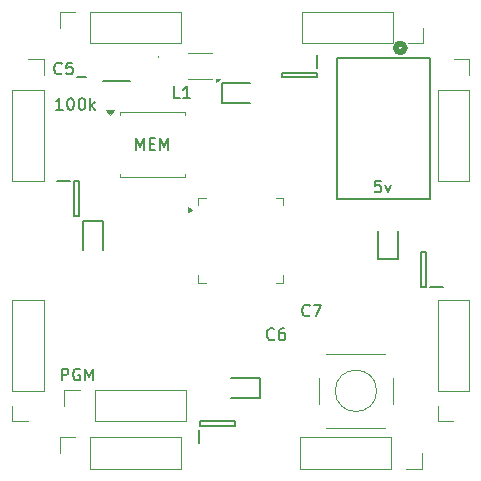
<source format=gbr>
%TF.GenerationSoftware,KiCad,Pcbnew,9.0.6*%
%TF.CreationDate,2025-12-07T19:13:54-08:00*%
%TF.ProjectId,redstone_block,72656473-746f-46e6-955f-626c6f636b2e,rev?*%
%TF.SameCoordinates,Original*%
%TF.FileFunction,Legend,Top*%
%TF.FilePolarity,Positive*%
%FSLAX46Y46*%
G04 Gerber Fmt 4.6, Leading zero omitted, Abs format (unit mm)*
G04 Created by KiCad (PCBNEW 9.0.6) date 2025-12-07 19:13:54*
%MOMM*%
%LPD*%
G01*
G04 APERTURE LIST*
%ADD10C,0.150000*%
%ADD11C,0.152400*%
%ADD12C,0.508000*%
%ADD13C,0.200000*%
%ADD14C,0.120000*%
%ADD15C,0.100000*%
G04 APERTURE END LIST*
D10*
X119836779Y-66869819D02*
X119836779Y-65869819D01*
X119836779Y-65869819D02*
X120217731Y-65869819D01*
X120217731Y-65869819D02*
X120312969Y-65917438D01*
X120312969Y-65917438D02*
X120360588Y-65965057D01*
X120360588Y-65965057D02*
X120408207Y-66060295D01*
X120408207Y-66060295D02*
X120408207Y-66203152D01*
X120408207Y-66203152D02*
X120360588Y-66298390D01*
X120360588Y-66298390D02*
X120312969Y-66346009D01*
X120312969Y-66346009D02*
X120217731Y-66393628D01*
X120217731Y-66393628D02*
X119836779Y-66393628D01*
X121360588Y-65917438D02*
X121265350Y-65869819D01*
X121265350Y-65869819D02*
X121122493Y-65869819D01*
X121122493Y-65869819D02*
X120979636Y-65917438D01*
X120979636Y-65917438D02*
X120884398Y-66012676D01*
X120884398Y-66012676D02*
X120836779Y-66107914D01*
X120836779Y-66107914D02*
X120789160Y-66298390D01*
X120789160Y-66298390D02*
X120789160Y-66441247D01*
X120789160Y-66441247D02*
X120836779Y-66631723D01*
X120836779Y-66631723D02*
X120884398Y-66726961D01*
X120884398Y-66726961D02*
X120979636Y-66822200D01*
X120979636Y-66822200D02*
X121122493Y-66869819D01*
X121122493Y-66869819D02*
X121217731Y-66869819D01*
X121217731Y-66869819D02*
X121360588Y-66822200D01*
X121360588Y-66822200D02*
X121408207Y-66774580D01*
X121408207Y-66774580D02*
X121408207Y-66441247D01*
X121408207Y-66441247D02*
X121217731Y-66441247D01*
X121836779Y-66869819D02*
X121836779Y-65869819D01*
X121836779Y-65869819D02*
X122170112Y-66584104D01*
X122170112Y-66584104D02*
X122503445Y-65869819D01*
X122503445Y-65869819D02*
X122503445Y-66869819D01*
X146857142Y-49954819D02*
X146380952Y-49954819D01*
X146380952Y-49954819D02*
X146333333Y-50431009D01*
X146333333Y-50431009D02*
X146380952Y-50383390D01*
X146380952Y-50383390D02*
X146476190Y-50335771D01*
X146476190Y-50335771D02*
X146714285Y-50335771D01*
X146714285Y-50335771D02*
X146809523Y-50383390D01*
X146809523Y-50383390D02*
X146857142Y-50431009D01*
X146857142Y-50431009D02*
X146904761Y-50526247D01*
X146904761Y-50526247D02*
X146904761Y-50764342D01*
X146904761Y-50764342D02*
X146857142Y-50859580D01*
X146857142Y-50859580D02*
X146809523Y-50907200D01*
X146809523Y-50907200D02*
X146714285Y-50954819D01*
X146714285Y-50954819D02*
X146476190Y-50954819D01*
X146476190Y-50954819D02*
X146380952Y-50907200D01*
X146380952Y-50907200D02*
X146333333Y-50859580D01*
X147238095Y-50288152D02*
X147476190Y-50954819D01*
X147476190Y-50954819D02*
X147714285Y-50288152D01*
X140833333Y-61359580D02*
X140785714Y-61407200D01*
X140785714Y-61407200D02*
X140642857Y-61454819D01*
X140642857Y-61454819D02*
X140547619Y-61454819D01*
X140547619Y-61454819D02*
X140404762Y-61407200D01*
X140404762Y-61407200D02*
X140309524Y-61311961D01*
X140309524Y-61311961D02*
X140261905Y-61216723D01*
X140261905Y-61216723D02*
X140214286Y-61026247D01*
X140214286Y-61026247D02*
X140214286Y-60883390D01*
X140214286Y-60883390D02*
X140261905Y-60692914D01*
X140261905Y-60692914D02*
X140309524Y-60597676D01*
X140309524Y-60597676D02*
X140404762Y-60502438D01*
X140404762Y-60502438D02*
X140547619Y-60454819D01*
X140547619Y-60454819D02*
X140642857Y-60454819D01*
X140642857Y-60454819D02*
X140785714Y-60502438D01*
X140785714Y-60502438D02*
X140833333Y-60550057D01*
X141166667Y-60454819D02*
X141833333Y-60454819D01*
X141833333Y-60454819D02*
X141404762Y-61454819D01*
X129833333Y-42954819D02*
X129357143Y-42954819D01*
X129357143Y-42954819D02*
X129357143Y-41954819D01*
X130690476Y-42954819D02*
X130119048Y-42954819D01*
X130404762Y-42954819D02*
X130404762Y-41954819D01*
X130404762Y-41954819D02*
X130309524Y-42097676D01*
X130309524Y-42097676D02*
X130214286Y-42192914D01*
X130214286Y-42192914D02*
X130119048Y-42240533D01*
X119833333Y-40859580D02*
X119785714Y-40907200D01*
X119785714Y-40907200D02*
X119642857Y-40954819D01*
X119642857Y-40954819D02*
X119547619Y-40954819D01*
X119547619Y-40954819D02*
X119404762Y-40907200D01*
X119404762Y-40907200D02*
X119309524Y-40811961D01*
X119309524Y-40811961D02*
X119261905Y-40716723D01*
X119261905Y-40716723D02*
X119214286Y-40526247D01*
X119214286Y-40526247D02*
X119214286Y-40383390D01*
X119214286Y-40383390D02*
X119261905Y-40192914D01*
X119261905Y-40192914D02*
X119309524Y-40097676D01*
X119309524Y-40097676D02*
X119404762Y-40002438D01*
X119404762Y-40002438D02*
X119547619Y-39954819D01*
X119547619Y-39954819D02*
X119642857Y-39954819D01*
X119642857Y-39954819D02*
X119785714Y-40002438D01*
X119785714Y-40002438D02*
X119833333Y-40050057D01*
X120738095Y-39954819D02*
X120261905Y-39954819D01*
X120261905Y-39954819D02*
X120214286Y-40431009D01*
X120214286Y-40431009D02*
X120261905Y-40383390D01*
X120261905Y-40383390D02*
X120357143Y-40335771D01*
X120357143Y-40335771D02*
X120595238Y-40335771D01*
X120595238Y-40335771D02*
X120690476Y-40383390D01*
X120690476Y-40383390D02*
X120738095Y-40431009D01*
X120738095Y-40431009D02*
X120785714Y-40526247D01*
X120785714Y-40526247D02*
X120785714Y-40764342D01*
X120785714Y-40764342D02*
X120738095Y-40859580D01*
X120738095Y-40859580D02*
X120690476Y-40907200D01*
X120690476Y-40907200D02*
X120595238Y-40954819D01*
X120595238Y-40954819D02*
X120357143Y-40954819D01*
X120357143Y-40954819D02*
X120261905Y-40907200D01*
X120261905Y-40907200D02*
X120214286Y-40859580D01*
X119928571Y-43954819D02*
X119357143Y-43954819D01*
X119642857Y-43954819D02*
X119642857Y-42954819D01*
X119642857Y-42954819D02*
X119547619Y-43097676D01*
X119547619Y-43097676D02*
X119452381Y-43192914D01*
X119452381Y-43192914D02*
X119357143Y-43240533D01*
X120547619Y-42954819D02*
X120642857Y-42954819D01*
X120642857Y-42954819D02*
X120738095Y-43002438D01*
X120738095Y-43002438D02*
X120785714Y-43050057D01*
X120785714Y-43050057D02*
X120833333Y-43145295D01*
X120833333Y-43145295D02*
X120880952Y-43335771D01*
X120880952Y-43335771D02*
X120880952Y-43573866D01*
X120880952Y-43573866D02*
X120833333Y-43764342D01*
X120833333Y-43764342D02*
X120785714Y-43859580D01*
X120785714Y-43859580D02*
X120738095Y-43907200D01*
X120738095Y-43907200D02*
X120642857Y-43954819D01*
X120642857Y-43954819D02*
X120547619Y-43954819D01*
X120547619Y-43954819D02*
X120452381Y-43907200D01*
X120452381Y-43907200D02*
X120404762Y-43859580D01*
X120404762Y-43859580D02*
X120357143Y-43764342D01*
X120357143Y-43764342D02*
X120309524Y-43573866D01*
X120309524Y-43573866D02*
X120309524Y-43335771D01*
X120309524Y-43335771D02*
X120357143Y-43145295D01*
X120357143Y-43145295D02*
X120404762Y-43050057D01*
X120404762Y-43050057D02*
X120452381Y-43002438D01*
X120452381Y-43002438D02*
X120547619Y-42954819D01*
X121500000Y-42954819D02*
X121595238Y-42954819D01*
X121595238Y-42954819D02*
X121690476Y-43002438D01*
X121690476Y-43002438D02*
X121738095Y-43050057D01*
X121738095Y-43050057D02*
X121785714Y-43145295D01*
X121785714Y-43145295D02*
X121833333Y-43335771D01*
X121833333Y-43335771D02*
X121833333Y-43573866D01*
X121833333Y-43573866D02*
X121785714Y-43764342D01*
X121785714Y-43764342D02*
X121738095Y-43859580D01*
X121738095Y-43859580D02*
X121690476Y-43907200D01*
X121690476Y-43907200D02*
X121595238Y-43954819D01*
X121595238Y-43954819D02*
X121500000Y-43954819D01*
X121500000Y-43954819D02*
X121404762Y-43907200D01*
X121404762Y-43907200D02*
X121357143Y-43859580D01*
X121357143Y-43859580D02*
X121309524Y-43764342D01*
X121309524Y-43764342D02*
X121261905Y-43573866D01*
X121261905Y-43573866D02*
X121261905Y-43335771D01*
X121261905Y-43335771D02*
X121309524Y-43145295D01*
X121309524Y-43145295D02*
X121357143Y-43050057D01*
X121357143Y-43050057D02*
X121404762Y-43002438D01*
X121404762Y-43002438D02*
X121500000Y-42954819D01*
X122261905Y-43954819D02*
X122261905Y-42954819D01*
X122357143Y-43573866D02*
X122642857Y-43954819D01*
X122642857Y-43288152D02*
X122261905Y-43669104D01*
X126142857Y-47359819D02*
X126142857Y-46359819D01*
X126142857Y-46359819D02*
X126476190Y-47074104D01*
X126476190Y-47074104D02*
X126809523Y-46359819D01*
X126809523Y-46359819D02*
X126809523Y-47359819D01*
X127285714Y-46836009D02*
X127619047Y-46836009D01*
X127761904Y-47359819D02*
X127285714Y-47359819D01*
X127285714Y-47359819D02*
X127285714Y-46359819D01*
X127285714Y-46359819D02*
X127761904Y-46359819D01*
X128190476Y-47359819D02*
X128190476Y-46359819D01*
X128190476Y-46359819D02*
X128523809Y-47074104D01*
X128523809Y-47074104D02*
X128857142Y-46359819D01*
X128857142Y-46359819D02*
X128857142Y-47359819D01*
X137833333Y-63359580D02*
X137785714Y-63407200D01*
X137785714Y-63407200D02*
X137642857Y-63454819D01*
X137642857Y-63454819D02*
X137547619Y-63454819D01*
X137547619Y-63454819D02*
X137404762Y-63407200D01*
X137404762Y-63407200D02*
X137309524Y-63311961D01*
X137309524Y-63311961D02*
X137261905Y-63216723D01*
X137261905Y-63216723D02*
X137214286Y-63026247D01*
X137214286Y-63026247D02*
X137214286Y-62883390D01*
X137214286Y-62883390D02*
X137261905Y-62692914D01*
X137261905Y-62692914D02*
X137309524Y-62597676D01*
X137309524Y-62597676D02*
X137404762Y-62502438D01*
X137404762Y-62502438D02*
X137547619Y-62454819D01*
X137547619Y-62454819D02*
X137642857Y-62454819D01*
X137642857Y-62454819D02*
X137785714Y-62502438D01*
X137785714Y-62502438D02*
X137833333Y-62550057D01*
X138690476Y-62454819D02*
X138500000Y-62454819D01*
X138500000Y-62454819D02*
X138404762Y-62502438D01*
X138404762Y-62502438D02*
X138357143Y-62550057D01*
X138357143Y-62550057D02*
X138261905Y-62692914D01*
X138261905Y-62692914D02*
X138214286Y-62883390D01*
X138214286Y-62883390D02*
X138214286Y-63264342D01*
X138214286Y-63264342D02*
X138261905Y-63359580D01*
X138261905Y-63359580D02*
X138309524Y-63407200D01*
X138309524Y-63407200D02*
X138404762Y-63454819D01*
X138404762Y-63454819D02*
X138595238Y-63454819D01*
X138595238Y-63454819D02*
X138690476Y-63407200D01*
X138690476Y-63407200D02*
X138738095Y-63359580D01*
X138738095Y-63359580D02*
X138785714Y-63264342D01*
X138785714Y-63264342D02*
X138785714Y-63026247D01*
X138785714Y-63026247D02*
X138738095Y-62931009D01*
X138738095Y-62931009D02*
X138690476Y-62883390D01*
X138690476Y-62883390D02*
X138595238Y-62835771D01*
X138595238Y-62835771D02*
X138404762Y-62835771D01*
X138404762Y-62835771D02*
X138309524Y-62883390D01*
X138309524Y-62883390D02*
X138261905Y-62931009D01*
X138261905Y-62931009D02*
X138214286Y-63026247D01*
D11*
%TO.C,5v*%
X143166000Y-39609100D02*
X143166000Y-51470900D01*
X143166000Y-51470900D02*
X151014600Y-51470900D01*
X151014600Y-39609100D02*
X143166000Y-39609100D01*
X151014600Y-51470900D02*
X151014600Y-39609100D01*
D12*
X148881000Y-38720100D02*
G75*
G02*
X148119000Y-38720100I-381000J0D01*
G01*
X148119000Y-38720100D02*
G75*
G02*
X148881000Y-38720100I381000J0D01*
G01*
D13*
%TO.C,D2*%
X146650000Y-54200000D02*
X146650000Y-56625000D01*
X146650000Y-56625000D02*
X148350000Y-56625000D01*
X148350000Y-56625000D02*
X148350000Y-54200000D01*
%TO.C,D4*%
X121650000Y-53375000D02*
X121650000Y-55800000D01*
X123350000Y-53375000D02*
X121650000Y-53375000D01*
X123350000Y-55800000D02*
X123350000Y-53375000D01*
%TO.C,D3*%
X134200000Y-68350000D02*
X136625000Y-68350000D01*
X136625000Y-66650000D02*
X134200000Y-66650000D01*
X136625000Y-68350000D02*
X136625000Y-66650000D01*
D14*
%TO.C,SW1*%
X141630000Y-68850000D02*
X141630000Y-66650000D01*
X147250000Y-64630000D02*
X142250000Y-64630000D01*
X147250000Y-70870000D02*
X142250000Y-70870000D01*
X147870000Y-66650000D02*
X147870000Y-68850000D01*
X146500000Y-67750000D02*
G75*
G02*
X143000000Y-67750000I-1750000J0D01*
G01*
X143000000Y-67750000D02*
G75*
G02*
X146500000Y-67750000I1750000J0D01*
G01*
%TO.C,U3*%
X132550000Y-39110000D02*
X130550000Y-39110000D01*
X132560000Y-41390000D02*
X130560000Y-41390000D01*
X132920000Y-41600000D02*
X132920000Y-41320000D01*
X133200000Y-41320000D01*
X132920000Y-41600000D01*
G36*
X132920000Y-41600000D02*
G01*
X132920000Y-41320000D01*
X133200000Y-41320000D01*
X132920000Y-41600000D01*
G37*
%TO.C,J9*%
X120050000Y-67670000D02*
X121380000Y-67670000D01*
X120050000Y-69000000D02*
X120050000Y-67670000D01*
X122650000Y-67670000D02*
X130330000Y-67670000D01*
X122650000Y-70330000D02*
X122650000Y-67670000D01*
X122650000Y-70330000D02*
X130330000Y-70330000D01*
X130330000Y-70330000D02*
X130330000Y-67670000D01*
%TO.C,J8*%
X115645000Y-67730000D02*
X115645000Y-60050000D01*
X115645000Y-70330000D02*
X115645000Y-69000000D01*
X116975000Y-70330000D02*
X115645000Y-70330000D01*
X118305000Y-60050000D02*
X115645000Y-60050000D01*
X118305000Y-67730000D02*
X115645000Y-67730000D01*
X118305000Y-67730000D02*
X118305000Y-60050000D01*
%TO.C,J4*%
X151670000Y-67730000D02*
X151670000Y-60050000D01*
X151670000Y-70330000D02*
X151670000Y-69000000D01*
X153000000Y-70330000D02*
X151670000Y-70330000D01*
X154330000Y-60050000D02*
X151670000Y-60050000D01*
X154330000Y-67730000D02*
X151670000Y-67730000D01*
X154330000Y-67730000D02*
X154330000Y-60050000D01*
D15*
%TO.C,L1*%
X128000000Y-39400000D02*
X128000000Y-39400000D01*
X128000000Y-39500000D02*
X128000000Y-39500000D01*
X128000000Y-39400000D02*
G75*
G02*
X128000000Y-39500000I0J-50000D01*
G01*
X128000000Y-39500000D02*
G75*
G02*
X128000000Y-39400000I0J50000D01*
G01*
D13*
%TO.C,D18*%
X150300000Y-56025000D02*
X150700000Y-56025000D01*
X150300000Y-58975000D02*
X150300000Y-56025000D01*
X150700000Y-56025000D02*
X150700000Y-58975000D01*
X150700000Y-58975000D02*
X150300000Y-58975000D01*
X152150000Y-59000000D02*
X151050000Y-59000000D01*
%TO.C,D1*%
X133375000Y-41650000D02*
X133375000Y-43350000D01*
X133375000Y-43350000D02*
X135800000Y-43350000D01*
X135800000Y-41650000D02*
X133375000Y-41650000D01*
D14*
%TO.C,J1*%
X119670000Y-35670000D02*
X121000000Y-35670000D01*
X119670000Y-37000000D02*
X119670000Y-35670000D01*
X122270000Y-35670000D02*
X129950000Y-35670000D01*
X122270000Y-38330000D02*
X122270000Y-35670000D01*
X122270000Y-38330000D02*
X129950000Y-38330000D01*
X129950000Y-38330000D02*
X129950000Y-35670000D01*
D13*
%TO.C,C5*%
X121900000Y-41175000D02*
X121100000Y-41175000D01*
%TO.C,100k*%
X125650000Y-41500000D02*
X123350000Y-41500000D01*
D14*
%TO.C,J2*%
X140170000Y-35670000D02*
X140170000Y-38330000D01*
X147850000Y-35670000D02*
X140170000Y-35670000D01*
X147850000Y-35670000D02*
X147850000Y-38330000D01*
X147850000Y-38330000D02*
X140170000Y-38330000D01*
X150450000Y-37000000D02*
X150450000Y-38330000D01*
X150450000Y-38330000D02*
X149120000Y-38330000D01*
D13*
%TO.C,D21*%
X119450000Y-49950000D02*
X120550000Y-49950000D01*
X120900000Y-49975000D02*
X121300000Y-49975000D01*
X120900000Y-52925000D02*
X120900000Y-49975000D01*
X121300000Y-49975000D02*
X121300000Y-52925000D01*
X121300000Y-52925000D02*
X120900000Y-52925000D01*
D14*
%TO.C,MEM*%
X124740000Y-44145000D02*
X130260000Y-44145000D01*
X124740000Y-44415000D02*
X124740000Y-44145000D01*
X124740000Y-49665000D02*
X124740000Y-49395000D01*
X130260000Y-44145000D02*
X130260000Y-44415000D01*
X130260000Y-49395000D02*
X130260000Y-49665000D01*
X130260000Y-49665000D02*
X124740000Y-49665000D01*
X123910000Y-44405000D02*
X123570000Y-43935000D01*
X124250000Y-43935000D01*
X123910000Y-44405000D01*
G36*
X123910000Y-44405000D02*
G01*
X123570000Y-43935000D01*
X124250000Y-43935000D01*
X123910000Y-44405000D01*
G37*
%TO.C,J6*%
X140050000Y-71695000D02*
X140050000Y-74355000D01*
X147730000Y-71695000D02*
X140050000Y-71695000D01*
X147730000Y-71695000D02*
X147730000Y-74355000D01*
X147730000Y-74355000D02*
X140050000Y-74355000D01*
X150330000Y-73025000D02*
X150330000Y-74355000D01*
X150330000Y-74355000D02*
X149000000Y-74355000D01*
%TO.C,U1*%
X131390000Y-51390000D02*
X132039999Y-51390000D01*
X131390000Y-52039999D02*
X131390000Y-51390000D01*
X131390000Y-58610000D02*
X131390000Y-57960001D01*
X132039999Y-58610000D02*
X131390000Y-58610000D01*
X137960001Y-51390000D02*
X138610000Y-51390000D01*
X138610000Y-51390000D02*
X138610000Y-52039999D01*
X138610000Y-57960001D02*
X138610000Y-58610000D01*
X138610000Y-58610000D02*
X137960001Y-58610000D01*
X130860000Y-52399999D02*
X130530000Y-52640000D01*
X130530000Y-52160000D01*
X130860000Y-52399999D01*
G36*
X130860000Y-52399999D02*
G01*
X130530000Y-52640000D01*
X130530000Y-52160000D01*
X130860000Y-52399999D01*
G37*
%TO.C,J5*%
X119670000Y-71670000D02*
X121000000Y-71670000D01*
X119670000Y-73000000D02*
X119670000Y-71670000D01*
X122270000Y-71670000D02*
X129950000Y-71670000D01*
X122270000Y-74330000D02*
X122270000Y-71670000D01*
X122270000Y-74330000D02*
X129950000Y-74330000D01*
X129950000Y-74330000D02*
X129950000Y-71670000D01*
D13*
%TO.C,D17*%
X138475000Y-40800000D02*
X141425000Y-40800000D01*
X138475000Y-41200000D02*
X138475000Y-40800000D01*
X141425000Y-40800000D02*
X141425000Y-41200000D01*
X141425000Y-41200000D02*
X138475000Y-41200000D01*
X141450000Y-39350000D02*
X141450000Y-40450000D01*
%TO.C,D20*%
X131500000Y-72150000D02*
X131500000Y-71050000D01*
X131525000Y-70300000D02*
X134475000Y-70300000D01*
X131525000Y-70700000D02*
X131525000Y-70300000D01*
X134475000Y-70300000D02*
X134475000Y-70700000D01*
X134475000Y-70700000D02*
X131525000Y-70700000D01*
D14*
%TO.C,J7*%
X115670000Y-42270000D02*
X115670000Y-49950000D01*
X115670000Y-42270000D02*
X118330000Y-42270000D01*
X115670000Y-49950000D02*
X118330000Y-49950000D01*
X117000000Y-39670000D02*
X118330000Y-39670000D01*
X118330000Y-39670000D02*
X118330000Y-41000000D01*
X118330000Y-42270000D02*
X118330000Y-49950000D01*
%TO.C,J3*%
X151695000Y-42270000D02*
X151695000Y-49950000D01*
X151695000Y-42270000D02*
X154355000Y-42270000D01*
X151695000Y-49950000D02*
X154355000Y-49950000D01*
X153025000Y-39670000D02*
X154355000Y-39670000D01*
X154355000Y-39670000D02*
X154355000Y-41000000D01*
X154355000Y-42270000D02*
X154355000Y-49950000D01*
%TD*%
M02*

</source>
